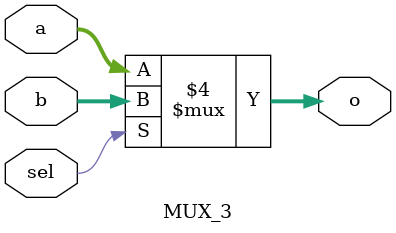
<source format=v>
`timescale 1ns / 1ps
module MUX_3(
   input [15:0]a,
	input [15:0]b,
	input sel,
	output reg[15:0]o
    );
	 
	 always @ (*)
	 begin
		if(sel == 0)
			o=a;
		else
			o=b;
	 end


endmodule

</source>
